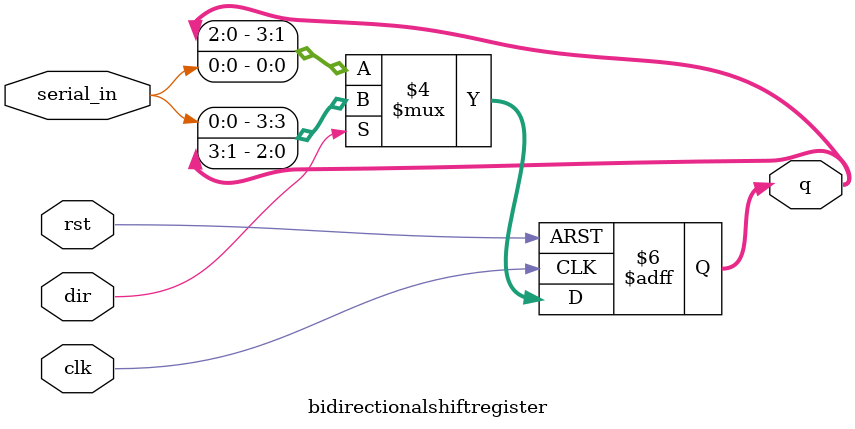
<source format=v>
module bidirectionalshiftregister (
 input clk,
 input rst,
 input dir,
 input serial_in,
 output reg [3:0] q
);
always @(posedge clk or posedge rst) begin
    if (rst)
      q <= 4'b0000;
    else if (dir == 0)
      q <= {q[2:0], serial_in};   
  else
      q <= {serial_in, q[3:1]};  
end
endmodule


/*output
meenakshi@meenakshi-Inspiron-3501:~/verilog/bidirectionalshiftregister$ vvp bidirectionalshiftregister.out
VCD info: dumpfile bidirectionalshiftregister.vcd opened for output.
$time=0| clk=0| rst=1| dir=0|serial_in=0
$time=5| clk=1| rst=1| dir=0|serial_in=0
$time=10| clk=0| rst=0| dir=0|serial_in=1
$time=15| clk=1| rst=0| dir=0|serial_in=1
$time=20| clk=0| rst=0| dir=0|serial_in=0
$time=25| clk=1| rst=0| dir=0|serial_in=0
$time=30| clk=0| rst=0| dir=1|serial_in=1
$time=35| clk=1| rst=0| dir=1|serial_in=1
$time=40| clk=0| rst=0| dir=1|serial_in=0
$time=45| clk=1| rst=0| dir=1|serial_in=0
$time=50| clk=0| rst=0| dir=1|serial_in=0
$time=55| clk=1| rst=0| dir=1|serial_in=0
$time=60| clk=0| rst=0| dir=1|serial_in=0
$time=65| clk=1| rst=0| dir=1|serial_in=0
bidirectionalshiftregister_tb.v:23: $finish called at 70 (1s)
$time=70| clk=0| rst=0| dir=1|serial_in=0

*/

</source>
